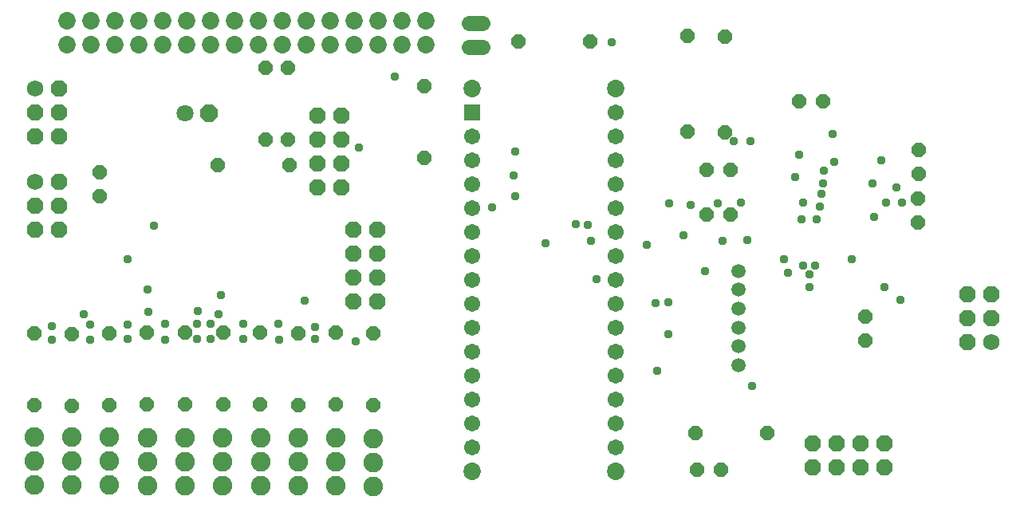
<source format=gbs>
G04 EAGLE Gerber RS-274X export*
G75*
%MOMM*%
%FSLAX34Y34*%
%LPD*%
%INSoldermask Bottom*%
%IPPOS*%
%AMOC8*
5,1,8,0,0,1.08239X$1,22.5*%
G01*
%ADD10P,1.649562X8X112.500000*%
%ADD11P,1.951982X8X22.500000*%
%ADD12C,1.803400*%
%ADD13P,1.649562X8X292.500000*%
%ADD14P,1.649562X8X22.500000*%
%ADD15C,1.511200*%
%ADD16P,1.869504X8X292.500000*%
%ADD17C,1.853200*%
%ADD18C,1.625600*%
%ADD19R,1.711200X1.711200*%
%ADD20C,1.711200*%
%ADD21C,1.854200*%
%ADD22C,2.082800*%
%ADD23P,1.649562X8X202.500000*%
%ADD24P,1.869504X8X22.500000*%
%ADD25C,1.727200*%
%ADD26P,1.869504X8X112.500000*%
%ADD27C,0.959600*%


D10*
X102600Y332100D03*
X102600Y357500D03*
D11*
X218700Y420100D03*
D12*
X193300Y420100D03*
D10*
X971600Y303600D03*
X971600Y329000D03*
D13*
X971700Y381100D03*
X971700Y355700D03*
D10*
X915600Y178600D03*
X915600Y204000D03*
D14*
X845100Y432400D03*
X870500Y432400D03*
D15*
X780900Y252300D03*
X780900Y232300D03*
X780900Y212300D03*
X780900Y192300D03*
X780900Y172300D03*
X780900Y152300D03*
D16*
X397200Y296300D03*
X397200Y270900D03*
X397200Y245500D03*
X397200Y220100D03*
X371800Y296300D03*
X371800Y270900D03*
X371800Y245500D03*
X371800Y220100D03*
D17*
X93500Y518100D03*
X68100Y518100D03*
X68100Y492700D03*
X93500Y492700D03*
X118900Y518100D03*
X118900Y492700D03*
X144300Y518100D03*
X144300Y492700D03*
X169700Y518100D03*
X169700Y492700D03*
X195100Y518100D03*
X195100Y492700D03*
X220500Y518100D03*
X220500Y492700D03*
X245900Y518100D03*
X245900Y492700D03*
X271300Y518100D03*
X271300Y492700D03*
X296700Y518100D03*
X296700Y492700D03*
X322100Y518100D03*
X322100Y492700D03*
X347500Y518100D03*
X347500Y492700D03*
X372900Y518100D03*
X372900Y492700D03*
X398300Y518100D03*
X398300Y492700D03*
X423700Y518100D03*
X423700Y492700D03*
X449100Y518100D03*
X449100Y492700D03*
D18*
X494688Y490000D02*
X508912Y490000D01*
X508912Y515400D02*
X494688Y515400D01*
D14*
X746500Y312000D03*
X771900Y312000D03*
X746900Y360000D03*
X772300Y360000D03*
X736300Y41000D03*
X761700Y41000D03*
D19*
X497800Y420200D03*
D20*
X497800Y394800D03*
X497800Y369400D03*
X497800Y344000D03*
X497800Y318600D03*
X497800Y293200D03*
X497800Y267800D03*
X497800Y242400D03*
X497800Y217000D03*
X497800Y191600D03*
X497800Y166200D03*
X497800Y140800D03*
X650200Y420200D03*
X650200Y394800D03*
X650200Y369400D03*
X650200Y344000D03*
X650200Y318600D03*
X650200Y293200D03*
X650200Y242400D03*
X650200Y217000D03*
X650200Y166200D03*
X650200Y140800D03*
X650200Y191600D03*
X650200Y267800D03*
X497800Y115400D03*
X497800Y90000D03*
X497800Y64600D03*
X650200Y115400D03*
X650200Y90000D03*
X650200Y64600D03*
D21*
X497800Y39200D03*
X650200Y39200D03*
X650200Y445600D03*
X497800Y445600D03*
D22*
X353200Y74800D03*
X353200Y49400D03*
X353200Y24000D03*
X393200Y74700D03*
X393200Y49300D03*
X393200Y23900D03*
X33000Y75800D03*
X33000Y50400D03*
X33000Y25000D03*
X73000Y75700D03*
X73000Y50300D03*
X73000Y24900D03*
X113000Y75600D03*
X113000Y50200D03*
X113000Y24800D03*
X153000Y75500D03*
X153000Y50100D03*
X153000Y24700D03*
X193200Y75200D03*
X193200Y49800D03*
X193200Y24400D03*
X233200Y75100D03*
X233200Y49700D03*
X233200Y24300D03*
X273200Y75000D03*
X273200Y49600D03*
X273200Y24200D03*
X313200Y74900D03*
X313200Y49500D03*
X313200Y24100D03*
D23*
X304300Y364700D03*
X228100Y364700D03*
D10*
X272900Y110500D03*
X272900Y186700D03*
X313100Y110100D03*
X313100Y186300D03*
X353100Y110500D03*
X353100Y186700D03*
X393100Y109900D03*
X393100Y186100D03*
X726700Y400400D03*
X726700Y502000D03*
X766700Y399400D03*
X766700Y501000D03*
D13*
X447500Y448300D03*
X447500Y372100D03*
D14*
X735100Y80300D03*
X811300Y80300D03*
D10*
X278700Y392100D03*
X278700Y468300D03*
X302700Y391500D03*
X302700Y467700D03*
X192900Y111100D03*
X192900Y187300D03*
X152900Y110500D03*
X152900Y186700D03*
X112900Y109900D03*
X112900Y186100D03*
X72900Y109300D03*
X72900Y185500D03*
X32900Y109700D03*
X32900Y185900D03*
X233900Y111100D03*
X233900Y187300D03*
D24*
X859400Y43800D03*
X884800Y43800D03*
X910200Y43800D03*
X935600Y43800D03*
X859400Y69200D03*
X884800Y69200D03*
X910200Y69200D03*
X935600Y69200D03*
D16*
X333800Y416900D03*
X333800Y391500D03*
X333800Y366100D03*
X333800Y340700D03*
X359200Y416900D03*
X359200Y391500D03*
X359200Y366100D03*
X359200Y340700D03*
D25*
X33800Y346500D03*
D16*
X33800Y321100D03*
X33800Y295700D03*
X59200Y346500D03*
X59200Y321100D03*
X59200Y295700D03*
D25*
X1048700Y176600D03*
D26*
X1048700Y202000D03*
X1048700Y227400D03*
X1023300Y176600D03*
X1023300Y202000D03*
X1023300Y227400D03*
D25*
X34300Y446400D03*
D16*
X34300Y421000D03*
X34300Y395600D03*
X59700Y446400D03*
X59700Y421000D03*
X59700Y395600D03*
D14*
X546900Y496000D03*
X623100Y496000D03*
D27*
X722000Y290000D03*
X841000Y352000D03*
X901000Y265000D03*
X624000Y284000D03*
X845000Y376000D03*
X932000Y370000D03*
X745000Y252000D03*
X683000Y280000D03*
X730000Y322000D03*
X833000Y250000D03*
X937000Y325000D03*
X829000Y265000D03*
X867000Y321000D03*
X132000Y265000D03*
X160000Y300000D03*
X153000Y233000D03*
X154000Y209000D03*
X207000Y210000D03*
X86000Y206000D03*
X231000Y227000D03*
X229000Y206000D03*
X862068Y258000D03*
X849000Y258000D03*
X790291Y285291D03*
X764000Y284000D03*
X707000Y324000D03*
X646000Y495000D03*
X693000Y218368D03*
X694000Y146000D03*
X630000Y243732D03*
X544000Y332000D03*
X706000Y219000D03*
X706000Y185000D03*
X576000Y282000D03*
X519000Y320000D03*
X52000Y179000D03*
X52000Y194000D03*
X92000Y179000D03*
X92000Y195000D03*
X132000Y180000D03*
X132000Y195000D03*
X172000Y179000D03*
X172000Y196000D03*
X206000Y180000D03*
X206000Y196000D03*
X293000Y179000D03*
X292000Y196000D03*
X374000Y178000D03*
X320000Y221000D03*
X331000Y193000D03*
X331000Y180000D03*
X255000Y180000D03*
X255000Y196000D03*
X220000Y180000D03*
X220000Y196000D03*
X871709Y358709D03*
X882682Y367900D03*
X795000Y130000D03*
X936000Y235000D03*
X925000Y309932D03*
X923000Y345068D03*
X948622Y341068D03*
X953000Y221332D03*
X856000Y235000D03*
X856000Y249000D03*
X870791Y345209D03*
X881000Y398068D03*
X416000Y459000D03*
X378000Y383000D03*
X759000Y324000D03*
X608000Y302000D03*
X542000Y354000D03*
X620791Y301209D03*
X544000Y379000D03*
X793000Y390068D03*
X783000Y324932D03*
X776000Y390068D03*
X848000Y307000D03*
X864000Y307000D03*
X954690Y324932D03*
X849000Y324932D03*
X869000Y334000D03*
M02*

</source>
